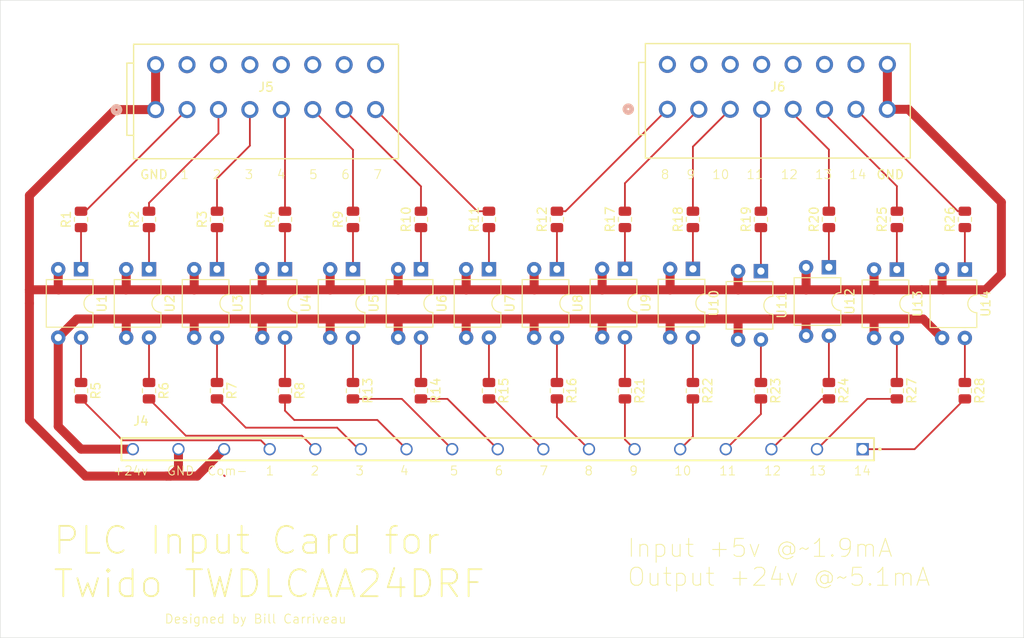
<source format=kicad_pcb>
(kicad_pcb (version 20240108) (generator "pcbnew") (generator_version "8.0")
  (layers (0 "F.Cu" signal) (31 "B.Cu" signal) (34 "B.Paste" user) (35 "F.Paste" user) (36 "B.SilkS" user "B.Silkscreen") (37 "F.SilkS" user "F.Silkscreen") (38 "B.Mask" user) (39 "F.Mask" user) (44 "Edge.Cuts" user))
  (net 0 "")
  (net 1 "/in1")
  (net 2 "/in2")
  (net 3 "/in7")
  (net 4 "/in3")
  (net 5 "/in4")
  (net 6 "/in8")
  (net 7 "/in6")
  (net 8 "/in5")
  (net 9 "Net-(R1-Pad1)")
  (net 10 "Net-(R2-Pad1)")
  (net 11 "Net-(R3-Pad1)")
  (net 12 "Net-(R4-Pad1)")
  (net 13 "Net-(R9-Pad1)")
  (net 14 "Net-(R10-Pad1)")
  (net 15 "Net-(R11-Pad1)")
  (net 16 "Net-(R12-Pad1)")
  (net 17 "GND")
  (net 18 "+24V")
  (net 19 "Net-(R5-Pad1)")
  (net 20 "Net-(R6-Pad1)")
  (net 21 "Net-(R7-Pad1)")
  (net 22 "Net-(R8-Pad1)")
  (net 23 "Net-(R13-Pad1)")
  (net 24 "Net-(R14-Pad1)")
  (net 25 "Net-(R15-Pad1)")
  (net 26 "Net-(R16-Pad1)")
  (net 27 "/out1")
  (net 28 "/out7")
  (net 29 "/out2")
  (net 30 "/out8")
  (net 31 "/out6")
  (net 32 "/out3")
  (net 33 "/out5")
  (net 34 "/out4")
  (net 35 "/in14")
  (net 36 "/in9")
  (net 37 "/in10")
  (net 38 "/in13")
  (net 39 "/in11")
  (net 40 "/in12")
  (net 41 "Net-(R17-Pad1)")
  (net 42 "Net-(R18-Pad1)")
  (net 43 "Net-(R19-Pad1)")
  (net 44 "Net-(R20-Pad1)")
  (net 45 "/out9")
  (net 46 "Net-(R21-Pad1)")
  (net 47 "Net-(R22-Pad1)")
  (net 48 "/out10")
  (net 49 "Net-(R23-Pad1)")
  (net 50 "/out11")
  (net 51 "/out12")
  (net 52 "Net-(R24-Pad1)")
  (net 53 "Net-(R25-Pad1)")
  (net 54 "Net-(R26-Pad1)")
  (net 55 "/out13")
  (net 56 "Net-(R27-Pad1)")
  (net 57 "Net-(R28-Pad1)")
  (net 58 "/out14")
  (footprint "Resistor_SMD:R_0805_2012Metric" (layer "F.Cu") (at 222.435 73.4125 90)
    (property "Reference" "R26" (at 0 -1.65 90) (layer "F.SilkS"))
    (property "Value" "2k")
    (pad "1" smd roundrect (at -0.9125 0 90) (size 1.025 1.4) (layers "F.Cu" "F.Paste" "F.Mask") (roundrect_rratio 0.243902) (net 54 "Net-(R26-Pad1)"))
    (pad "2" smd roundrect (at 0.9125 0 90) (size 1.025 1.4) (layers "F.Cu" "F.Paste" "F.Mask") (roundrect_rratio 0.243902) (net 35 "/in14"))
  )
  (footprint "Package_DIP:DIP-4_W7.62mm" (layer "F.Cu") (at 214.863076 78.9925 -90)
    (property "Reference" "U13" (at 3.81 -2.33 90) (layer "F.SilkS"))
    (property "Value" "PC817")
    (pad "1" thru_hole rect (at 0 0 270) (size 1.6 1.6) (drill 0.8) (layers "*.Cu" "*.Mask") (net 53 "Net-(R25-Pad1)"))
    (pad "2" thru_hole oval (at 0 2.54 270) (size 1.6 1.6) (drill 0.8) (layers "*.Cu" "*.Mask") (net 17 "GND"))
    (pad "3" thru_hole oval (at 7.62 2.54 270) (size 1.6 1.6) (drill 0.8) (layers "*.Cu" "*.Mask") (net 18 "+24V"))
    (pad "4" thru_hole oval (at 7.62 0 270) (size 1.6 1.6) (drill 0.8) (layers "*.Cu" "*.Mask") (net 56 "Net-(R27-Pad1)"))
  )
  (footprint "Resistor_SMD:R_0805_2012Metric" (layer "F.Cu") (at 131.571923 92.4875 -90)
    (property "Reference" "R6" (at 0 -1.65 90) (layer "F.SilkS"))
    (property "Value" "4.7k")
    (pad "1" smd roundrect (at -0.9125 0 270) (size 1.025 1.4) (layers "F.Cu" "F.Paste" "F.Mask") (roundrect_rratio 0.243902) (net 20 "Net-(R6-Pad1)"))
    (pad "2" smd roundrect (at 0.9125 0 270) (size 1.025 1.4) (layers "F.Cu" "F.Paste" "F.Mask") (roundrect_rratio 0.243902) (net 29 "/out2"))
  )
  (footprint "Resistor_SMD:R_0805_2012Metric" (layer "F.Cu") (at 124 73.4125 90)
    (property "Reference" "R1" (at 0 -1.65 90) (layer "F.SilkS"))
    (property "Value" "2k")
    (pad "1" smd roundrect (at -0.9125 0 90) (size 1.025 1.4) (layers "F.Cu" "F.Paste" "F.Mask") (roundrect_rratio 0.243902) (net 9 "Net-(R1-Pad1)"))
    (pad "2" smd roundrect (at 0.9125 0 90) (size 1.025 1.4) (layers "F.Cu" "F.Paste" "F.Mask") (roundrect_rratio 0.243902) (net 1 "/in1"))
  )
  (footprint "Resistor_SMD:R_0805_2012Metric" (layer "F.Cu") (at 154.287692 73.4125 90)
    (property "Reference" "R9" (at 0 -1.65 90) (layer "F.SilkS"))
    (property "Value" "2k")
    (pad "1" smd roundrect (at -0.9125 0 90) (size 1.025 1.4) (layers "F.Cu" "F.Paste" "F.Mask") (roundrect_rratio 0.243902) (net 13 "Net-(R9-Pad1)"))
    (pad "2" smd roundrect (at 0.9125 0 90) (size 1.025 1.4) (layers "F.Cu" "F.Paste" "F.Mask") (roundrect_rratio 0.243902) (net 8 "/in5"))
  )
  (footprint "Package_DIP:DIP-4_W7.62mm" (layer "F.Cu") (at 161.859615 78.955 -90)
    (property "Reference" "U6" (at 3.81 -2.33 90) (layer "F.SilkS"))
    (property "Value" "PC817")
    (pad "1" thru_hole rect (at 0 0 270) (size 1.6 1.6) (drill 0.8) (layers "*.Cu" "*.Mask") (net 14 "Net-(R10-Pad1)"))
    (pad "2" thru_hole oval (at 0 2.54 270) (size 1.6 1.6) (drill 0.8) (layers "*.Cu" "*.Mask") (net 17 "GND"))
    (pad "3" thru_hole oval (at 7.62 2.54 270) (size 1.6 1.6) (drill 0.8) (layers "*.Cu" "*.Mask") (net 18 "+24V"))
    (pad "4" thru_hole oval (at 7.62 0 270) (size 1.6 1.6) (drill 0.8) (layers "*.Cu" "*.Mask") (net 24 "Net-(R14-Pad1)"))
  )
  (footprint "Package_DIP:DIP-4_W7.62mm" (layer "F.Cu") (at 222.435 78.9925 -90)
    (property "Reference" "U14" (at 3.81 -2.33 90) (layer "F.SilkS"))
    (property "Value" "PC817")
    (pad "1" thru_hole rect (at 0 0 270) (size 1.6 1.6) (drill 0.8) (layers "*.Cu" "*.Mask") (net 54 "Net-(R26-Pad1)"))
    (pad "2" thru_hole oval (at 0 2.54 270) (size 1.6 1.6) (drill 0.8) (layers "*.Cu" "*.Mask") (net 17 "GND"))
    (pad "3" thru_hole oval (at 7.62 2.54 270) (size 1.6 1.6) (drill 0.8) (layers "*.Cu" "*.Mask") (net 18 "+24V"))
    (pad "4" thru_hole oval (at 7.62 0 270) (size 1.6 1.6) (drill 0.8) (layers "*.Cu" "*.Mask") (net 57 "Net-(R28-Pad1)"))
  )
  (footprint "17pin:SAMTEC_HTSW-217-15-T-S" (layer "F.Cu") (at 170.41 99)
    (property "Reference" "J4" (at -39.735 -3.1295 0) (layer "F.SilkS"))
    (property "Value" "HTSW-217-15-T-S")
    (pad "01" thru_hole rect (at 40.64 0) (size 1.37 1.37) (drill 1.02) (layers "*.Cu" "*.Mask") (net 58 "/out14"))
    (pad "02" thru_hole circle (at 35.56 0) (size 1.37 1.37) (drill 1.02) (layers "*.Cu" "*.Mask") (net 55 "/out13"))
    (pad "03" thru_hole circle (at 30.48 0) (size 1.37 1.37) (drill 1.02) (layers "*.Cu" "*.Mask") (net 51 "/out12"))
    (pad "04" thru_hole circle (at 25.4 0) (size 1.37 1.37) (drill 1.02) (layers "*.Cu" "*.Mask") (net 50 "/out11"))
    (pad "05" thru_hole circle (at 20.32 0) (size 1.37 1.37) (drill 1.02) (layers "*.Cu" "*.Mask") (net 48 "/out10"))
    (pad "06" thru_hole circle (at 15.24 0) (size 1.37 1.37) (drill 1.02) (layers "*.Cu" "*.Mask") (net 45 "/out9"))
    (pad "07" thru_hole circle (at 10.16 0) (size 1.37 1.37) (drill 1.02) (layers "*.Cu" "*.Mask") (net 30 "/out8"))
    (pad "08" thru_hole circle (at 5.08 0) (size 1.37 1.37) (drill 1.02) (layers "*.Cu" "*.Mask") (net 28 "/out7"))
    (pad "09" thru_hole circle (at 0 0) (size 1.37 1.37) (drill 1.02) (layers "*.Cu" "*.Mask") (net 31 "/out6"))
    (pad "10" thru_hole circle (at -5.08 0) (size 1.37 1.37) (drill 1.02) (layers "*.Cu" "*.Mask") (net 33 "/out5"))
    (pad "11" thru_hole circle (at -10.16 0) (size 1.37 1.37) (drill 1.02) (layers "*.Cu" "*.Mask") (net 34 "/out4"))
    (pad "12" thru_hole circle (at -15.24 0) (size 1.37 1.37) (drill 1.02) (layers "*.Cu" "*.Mask") (net 32 "/out3"))
    (pad "13" thru_hole circle (at -20.32 0) (size 1.37 1.37) (drill 1.02) (layers "*.Cu" "*.Mask") (net 29 "/out2"))
    (pad "14" thru_hole circle (at -25.4 0) (size 1.37 1.37) (drill 1.02) (layers "*.Cu" "*.Mask") (net 27 "/out1"))
    (pad "15" thru_hole circle (at -30.48 0) (size 1.37 1.37) (drill 1.02) (layers "*.Cu" "*.Mask") (net 17 "GND"))
    (pad "16" thru_hole circle (at -35.56 0) (size 1.37 1.37) (drill 1.02) (layers "*.Cu" "*.Mask") (net 17 "GND"))
    (pad "17" thru_hole circle (at -40.64 0) (size 1.37 1.37) (drill 1.02) (layers "*.Cu" "*.Mask") (net 18 "+24V"))
  )
  (footprint "Package_DIP:DIP-4_W7.62mm" (layer "F.Cu") (at 184.575384 78.9225 -90)
    (property "Reference" "U9" (at 3.81 -2.33 90) (layer "F.SilkS"))
    (property "Value" "PC817")
    (pad "1" thru_hole rect (at 0 0 270) (size 1.6 1.6) (drill 0.8) (layers "*.Cu" "*.Mask") (net 41 "Net-(R17-Pad1)"))
    (pad "2" thru_hole oval (at 0 2.54 270) (size 1.6 1.6) (drill 0.8) (layers "*.Cu" "*.Mask") (net 17 "GND"))
    (pad "3" thru_hole oval (at 7.62 2.54 270) (size 1.6 1.6) (drill 0.8) (layers "*.Cu" "*.Mask") (net 18 "+24V"))
    (pad "4" thru_hole oval (at 7.62 0 270) (size 1.6 1.6) (drill 0.8) (layers "*.Cu" "*.Mask") (net 46 "Net-(R21-Pad1)"))
  )
  (footprint "Resistor_SMD:R_0805_2012Metric" (layer "F.Cu") (at 139.143846 73.4125 90)
    (property "Reference" "R3" (at 0 -1.65 90) (layer "F.SilkS"))
    (property "Value" "2k")
    (pad "1" smd roundrect (at -0.9125 0 90) (size 1.025 1.4) (layers "F.Cu" "F.Paste" "F.Mask") (roundrect_rratio 0.243902) (net 11 "Net-(R3-Pad1)"))
    (pad "2" smd roundrect (at 0.9125 0 90) (size 1.025 1.4) (layers "F.Cu" "F.Paste" "F.Mask") (roundrect_rratio 0.243902) (net 4 "/in3"))
  )
  (footprint "Resistor_SMD:R_0805_2012Metric" (layer "F.Cu") (at 161.859615 92.4875 -90)
    (property "Reference" "R14" (at 0 -1.65 90) (layer "F.SilkS"))
    (property "Value" "4.7k")
    (pad "1" smd roundrect (at -0.9125 0 270) (size 1.025 1.4) (layers "F.Cu" "F.Paste" "F.Mask") (roundrect_rratio 0.243902) (net 24 "Net-(R14-Pad1)"))
    (pad "2" smd roundrect (at 0.9125 0 270) (size 1.025 1.4) (layers "F.Cu" "F.Paste" "F.Mask") (roundrect_rratio 0.243902) (net 31 "/out6"))
  )
  (footprint "Resistor_SMD:R_0805_2012Metric" (layer "F.Cu") (at 177.003461 92.4875 -90)
    (property "Reference" "R16" (at 0 -1.65 90) (layer "F.SilkS"))
    (property "Value" "4.7k")
    (pad "1" smd roundrect (at -0.9125 0 270) (size 1.025 1.4) (layers "F.Cu" "F.Paste" "F.Mask") (roundrect_rratio 0.243902) (net 26 "Net-(R16-Pad1)"))
    (pad "2" smd roundrect (at 0.9125 0 270) (size 1.025 1.4) (layers "F.Cu" "F.Paste" "F.Mask") (roundrect_rratio 0.243902) (net 30 "/out8"))
  )
  (footprint "Resistor_SMD:R_0805_2012Metric" (layer "F.Cu") (at 169.431538 73.4125 90)
    (property "Reference" "R11" (at 0 -1.65 90) (layer "F.SilkS"))
    (property "Value" "2k")
    (pad "1" smd roundrect (at -0.9125 0 90) (size 1.025 1.4) (layers "F.Cu" "F.Paste" "F.Mask") (roundrect_rratio 0.243902) (net 15 "Net-(R11-Pad1)"))
    (pad "2" smd roundrect (at 0.9125 0 90) (size 1.025 1.4) (layers "F.Cu" "F.Paste" "F.Mask") (roundrect_rratio 0.243902) (net 3 "/in7"))
  )
  (footprint "Package_DIP:DIP-4_W7.62mm" (layer "F.Cu") (at 192.147307 78.9225 -90)
    (property "Reference" "U10" (at 3.81 -2.33 90) (layer "F.SilkS"))
    (property "Value" "PC817")
    (pad "1" thru_hole rect (at 0 0 270) (size 1.6 1.6) (drill 0.8) (layers "*.Cu" "*.Mask") (net 42 "Net-(R18-Pad1)"))
    (pad "2" thru_hole oval (at 0 2.54 270) (size 1.6 1.6) (drill 0.8) (layers "*.Cu" "*.Mask") (net 17 "GND"))
    (pad "3" thru_hole oval (at 7.62 2.54 270) (size 1.6 1.6) (drill 0.8) (layers "*.Cu" "*.Mask") (net 18 "+24V"))
    (pad "4" thru_hole oval (at 7.62 0 270) (size 1.6 1.6) (drill 0.8) (layers "*.Cu" "*.Mask") (net 47 "Net-(R22-Pad1)"))
  )
  (footprint "Package_DIP:DIP-4_W7.62mm" (layer "F.Cu") (at 207.291153 78.7425 -90)
    (property "Reference" "U12" (at 3.81 -2.33 90) (layer "F.SilkS"))
    (property "Value" "PC817")
    (pad "1" thru_hole rect (at 0 0 270) (size 1.6 1.6) (drill 0.8) (layers "*.Cu" "*.Mask") (net 44 "Net-(R20-Pad1)"))
    (pad "2" thru_hole oval (at 0 2.54 270) (size 1.6 1.6) (drill 0.8) (layers "*.Cu" "*.Mask") (net 17 "GND"))
    (pad "3" thru_hole oval (at 7.62 2.54 270) (size 1.6 1.6) (drill 0.8) (layers "*.Cu" "*.Mask") (net 18 "+24V"))
    (pad "4" thru_hole oval (at 7.62 0 270) (size 1.6 1.6) (drill 0.8) (layers "*.Cu" "*.Mask") (net 52 "Net-(R24-Pad1)"))
  )
  (footprint "Resistor_SMD:R_0805_2012Metric" (layer "F.Cu") (at 139.143846 92.4875 -90)
    (property "Reference" "R7" (at 0 -1.65 90) (layer "F.SilkS"))
    (property "Value" "4.7k")
    (pad "1" smd roundrect (at -0.9125 0 270) (size 1.025 1.4) (layers "F.Cu" "F.Paste" "F.Mask") (roundrect_rratio 0.243902) (net 21 "Net-(R7-Pad1)"))
    (pad "2" smd roundrect (at 0.9125 0 270) (size 1.025 1.4) (layers "F.Cu" "F.Paste" "F.Mask") (roundrect_rratio 0.243902) (net 32 "/out3"))
  )
  (footprint "Resistor_SMD:R_0805_2012Metric" (layer "F.Cu") (at 131.571923 73.4125 90)
    (property "Reference" "R2" (at 0 -1.65 90) (layer "F.SilkS"))
    (property "Value" "2k")
    (pad "1" smd roundrect (at -0.9125 0 90) (size 1.025 1.4) (layers "F.Cu" "F.Paste" "F.Mask") (roundrect_rratio 0.243902) (net 10 "Net-(R2-Pad1)"))
    (pad "2" smd roundrect (at 0.9125 0 90) (size 1.025 1.4) (layers "F.Cu" "F.Paste" "F.Mask") (roundrect_rratio 0.243902) (net 2 "/in2"))
  )
  (footprint "Resistor_SMD:R_0805_2012Metric" (layer "F.Cu") (at 192.147307 73.4125 90)
    (property "Reference" "R18" (at 0 -1.65 90) (layer "F.SilkS"))
    (property "Value" "2k")
    (pad "1" smd roundrect (at -0.9125 0 90) (size 1.025 1.4) (layers "F.Cu" "F.Paste" "F.Mask") (roundrect_rratio 0.243902) (net 42 "Net-(R18-Pad1)"))
    (pad "2" smd roundrect (at 0.9125 0 90) (size 1.025 1.4) (layers "F.Cu" "F.Paste" "F.Mask") (roundrect_rratio 0.243902) (net 37 "/in10"))
  )
  (footprint "3108:CONN8_2601-3108_WAG" (layer "F.Cu") (at 132.304899 59.299999)
    (property "Reference" "J5" (at 12.300001 -0.6192 0) (layer "F.SilkS"))
    (property "Value" "2601-3108")
    (pad "1" thru_hole circle (at 0 -3.1192) (size 1.9 1.9) (drill 1.2) (layers "*.Cu" "*.Mask") (net 17 "GND"))
    (pad "2" thru_hole circle (at 0 1.8808) (size 1.9 1.9) (drill 1.2) (layers "*.Cu" "*.Mask") (net 17 "GND"))
    (pad "3" thru_hole circle (at 3.500001 -3.1192) (size 1.9 1.9) (drill 1.2) (layers "*.Cu" "*.Mask") (net 17 "GND"))
    (pad "4" thru_hole circle (at 3.500001 1.8808) (size 1.9 1.9) (drill 1.2) (layers "*.Cu" "*.Mask") (net 1 "/in1"))
    (pad "5" thru_hole circle (at 7.000002 -3.1192) (size 1.9 1.9) (drill 1.2) (layers "*.Cu" "*.Mask"))
    (pad "6" thru_hole circle (at 7.000002 1.8808) (size 1.9 1.9) (drill 1.2) (layers "*.Cu" "*.Mask") (net 2 "/in2"))
    (pad "7" thru_hole circle (at 10.500002 -3.1192) (size 1.9 1.9) (drill 1.2) (layers "*.Cu" "*.Mask"))
    (pad "8" thru_hole circle (at 10.500002 1.8808) (size 1.9 1.9) (drill 1.2) (layers "*.Cu" "*.Mask") (net 4 "/in3"))
    (pad "9" thru_hole circle (at 14.000003 -3.1192) (size 1.9 1.9) (drill 1.2) (layers "*.Cu" "*.Mask"))
    (pad "10" thru_hole circle (at 14.000003 1.8808) (size 1.9 1.9) (drill 1.2) (layers "*.Cu" "*.Mask") (net 5 "/in4"))
    (pad "11" thru_hole circle (at 17.500003 -3.1192) (size 1.9 1.9) (drill 1.2) (layers "*.Cu" "*.Mask"))
    (pad "12" thru_hole circle (at 17.500003 1.8808) (size 1.9 1.9) (drill 1.2) (layers "*.Cu" "*.Mask") (net 8 "/in5"))
    (pad "13" thru_hole circle (at 21.000004 -3.1192) (size 1.9 1.9) (drill 1.2) (layers "*.Cu" "*.Mask"))
    (pad "14" thru_hole circle (at 21.000004 1.8808) (size 1.9 1.9) (drill 1.2) (layers "*.Cu" "*.Mask") (net 7 "/in6"))
    (pad "15" thru_hole circle (at 24.500005 -3.1192) (size 1.9 1.9) (drill 1.2) (layers "*.Cu" "*.Mask"))
    (pad "16" thru_hole circle (at 24.500005 1.8808) (size 1.9 1.9) (drill 1.2) (layers "*.Cu" "*.Mask") (net 3 "/in7"))
  )
  (footprint "Package_DIP:DIP-4_W7.62mm" (layer "F.Cu") (at 169.431538 78.955 -90)
    (property "Reference" "U7" (at 3.81 -2.33 90) (layer "F.SilkS"))
    (property "Value" "PC817")
    (pad "1" thru_hole rect (at 0 0 270) (size 1.6 1.6) (drill 0.8) (layers "*.Cu" "*.Mask") (net 15 "Net-(R11-Pad1)"))
    (pad "2" thru_hole oval (at 0 2.54 270) (size 1.6 1.6) (drill 0.8) (layers "*.Cu" "*.Mask") (net 17 "GND"))
    (pad "3" thru_hole oval (at 7.62 2.54 270) (size 1.6 1.6) (drill 0.8) (layers "*.Cu" "*.Mask") (net 18 "+24V"))
    (pad "4" thru_hole oval (at 7.62 0 270) (size 1.6 1.6) (drill 0.8) (layers "*.Cu" "*.Mask") (net 25 "Net-(R15-Pad1)"))
  )
  (footprint "Resistor_SMD:R_0805_2012Metric" (layer "F.Cu") (at 184.575384 92.4875 -90)
    (property "Reference" "R21" (at 0 -1.65 90) (layer "F.SilkS"))
    (property "Value" "4.7k")
    (pad "1" smd roundrect (at -0.9125 0 270) (size 1.025 1.4) (layers "F.Cu" "F.Paste" "F.Mask") (roundrect_rratio 0.243902) (net 46 "Net-(R21-Pad1)"))
    (pad "2" smd roundrect (at 0.9125 0 270) (size 1.025 1.4) (layers "F.Cu" "F.Paste" "F.Mask") (roundrect_rratio 0.243902) (net 45 "/out9"))
  )
  (footprint "Package_DIP:DIP-4_W7.62mm" (layer "F.Cu") (at 177.003461 78.955 -90)
    (property "Reference" "U8" (at 3.81 -2.33 90) (layer "F.SilkS"))
    (property "Value" "PC817")
    (pad "1" thru_hole rect (at 0 0 270) (size 1.6 1.6) (drill 0.8) (layers "*.Cu" "*.Mask") (net 16 "Net-(R12-Pad1)"))
    (pad "2" thru_hole oval (at 0 2.54 270) (size 1.6 1.6) (drill 0.8) (layers "*.Cu" "*.Mask") (net 17 "GND"))
    (pad "3" thru_hole oval (at 7.62 2.54 270) (size 1.6 1.6) (drill 0.8) (layers "*.Cu" "*.Mask") (net 18 "+24V"))
    (pad "4" thru_hole oval (at 7.62 0 270) (size 1.6 1.6) (drill 0.8) (layers "*.Cu" "*.Mask") (net 26 "Net-(R16-Pad1)"))
  )
  (footprint "Resistor_SMD:R_0805_2012Metric" (layer "F.Cu") (at 207.291153 73.4125 90)
    (property "Reference" "R20" (at 0 -1.65 90) (layer "F.SilkS"))
    (property "Value" "2k")
    (pad "1" smd roundrect (at -0.9125 0 90) (size 1.025 1.4) (layers "F.Cu" "F.Paste" "F.Mask") (roundrect_rratio 0.243902) (net 44 "Net-(R20-Pad1)"))
    (pad "2" smd roundrect (at 0.9125 0 90) (size 1.025 1.4) (layers "F.Cu" "F.Paste" "F.Mask") (roundrect_rratio 0.243902) (net 40 "/in12"))
  )
  (footprint "Resistor_SMD:R_0805_2012Metric" (layer "F.Cu") (at 199.71923 73.4125 90)
    (property "Reference" "R19" (at 0 -1.65 90) (layer "F.SilkS"))
    (property "Value" "2k")
    (pad "1" smd roundrect (at -0.9125 0 90) (size 1.025 1.4) (layers "F.Cu" "F.Paste" "F.Mask") (roundrect_rratio 0.243902) (net 43 "Net-(R19-Pad1)"))
    (pad "2" smd roundrect (at 0.9125 0 90) (size 1.025 1.4) (layers "F.Cu" "F.Paste" "F.Mask") (roundrect_rratio 0.243902) (net 39 "/in11"))
  )
  (footprint "Resistor_SMD:R_0805_2012Metric" (layer "F.Cu") (at 146.715769 73.4125 90)
    (property "Reference" "R4" (at 0 -1.65 90) (layer "F.SilkS"))
    (property "Value" "2k")
    (pad "1" smd roundrect (at -0.9125 0 90) (size 1.025 1.4) (layers "F.Cu" "F.Paste" "F.Mask") (roundrect_rratio 0.243902) (net 12 "Net-(R4-Pad1)"))
    (pad "2" smd roundrect (at 0.9125 0 90) (size 1.025 1.4) (layers "F.Cu" "F.Paste" "F.Mask") (roundrect_rratio 0.243902) (net 5 "/in4"))
  )
  (footprint "Resistor_SMD:R_0805_2012Metric" (layer "F.Cu") (at 169.431538 92.4875 -90)
    (property "Reference" "R15" (at 0 -1.65 90) (layer "F.SilkS"))
    (property "Value" "4.7k")
    (pad "1" smd roundrect (at -0.9125 0 270) (size 1.025 1.4) (layers "F.Cu" "F.Paste" "F.Mask") (roundrect_rratio 0.243902) (net 25 "Net-(R15-Pad1)"))
    (pad "2" smd roundrect (at 0.9125 0 270) (size 1.025 1.4) (layers "F.Cu" "F.Paste" "F.Mask") (roundrect_rratio 0.243902) (net 28 "/out7"))
  )
  (footprint "Package_DIP:DIP-4_W7.62mm" (layer "F.Cu") (at 199.71923 79.1725 -90)
    (property "Reference" "U11" (at 3.81 -2.33 90) (layer "F.SilkS"))
    (property "Value" "PC817")
    (pad "1" thru_hole rect (at 0 0 270) (size 1.6 1.6) (drill 0.8) (layers "*.Cu" "*.Mask") (net 43 "Net-(R19-Pad1)"))
    (pad "2" thru_hole oval (at 0 2.54 270) (size 1.6 1.6) (drill 0.8) (layers "*.Cu" "*.Mask") (net 17 "GND"))
    (pad "3" thru_hole oval (at 7.62 2.54 270) (size 1.6 1.6) (drill 0.8) (layers "*.Cu" "*.Mask") (net 18 "+24V"))
    (pad "4" thru_hole oval (at 7.62 0 270) (size 1.6 1.6) (drill 0.8) (layers "*.Cu" "*.Mask") (net 49 "Net-(R23-Pad1)"))
  )
  (footprint "Package_DIP:DIP-4_W7.62mm" (layer "F.Cu") (at 154.287692 78.955 -90)
    (property "Reference" "U5" (at 3.81 -2.33 90) (layer "F.SilkS"))
    (property "Value" "PC817")
    (pad "1" thru_hole rect (at 0 0 270) (size 1.6 1.6) (drill 0.8) (layers "*.Cu" "*.Mask") (net 13 "Net-(R9-Pad1)"))
    (pad "2" thru_hole oval (at 0 2.54 270) (size 1.6 1.6) (drill 0.8) (layers "*.Cu" "*.Mask") (net 17 "GND"))
    (pad "3" thru_hole oval (at 7.62 2.54 270) (size 1.6 1.6) (drill 0.8) (layers "*.Cu" "*.Mask") (net 18 "+24V"))
    (pad "4" thru_hole oval (at 7.62 0 270) (size 1.6 1.6) (drill 0.8) (layers "*.Cu" "*.Mask") (net 23 "Net-(R13-Pad1)"))
  )
  (footprint "Package_DIP:DIP-4_W7.62mm" (layer "F.Cu") (at 124 78.955 -90)
    (property "Reference" "U1" (at 3.81 -2.33 90) (layer "F.SilkS"))
    (property "Value" "PC817")
    (pad "1" thru_hole rect (at 0 0 270) (size 1.6 1.6) (drill 0.8) (layers "*.Cu" "*.Mask") (net 9 "Net-(R1-Pad1)"))
    (pad "2" thru_hole oval (at 0 2.54 270) (size 1.6 1.6) (drill 0.8) (layers "*.Cu" "*.Mask") (net 17 "GND"))
    (pad "3" thru_hole oval (at 7.62 2.54 270) (size 1.6 1.6) (drill 0.8) (layers "*.Cu" "*.Mask") (net 18 "+24V"))
    (pad "4" thru_hole oval (at 7.62 0 270) (size 1.6 1.6) (drill 0.8) (layers "*.Cu" "*.Mask") (net 19 "Net-(R5-Pad1)"))
  )
  (footprint "Resistor_SMD:R_0805_2012Metric" (layer "F.Cu") (at 184.575384 73.4125 90)
    (property "Reference" "R17" (at 0 -1.65 90) (layer "F.SilkS"))
    (property "Value" "2k")
    (pad "1" smd roundrect (at -0.9125 0 90) (size 1.025 1.4) (layers "F.Cu" "F.Paste" "F.Mask") (roundrect_rratio 0.243902) (net 41 "Net-(R17-Pad1)"))
    (pad "2" smd roundrect (at 0.9125 0 90) (size 1.025 1.4) (layers "F.Cu" "F.Paste" "F.Mask") (roundrect_rratio 0.243902) (net 36 "/in9"))
  )
  (footprint "Resistor_SMD:R_0805_2012Metric" (layer "F.Cu") (at 207.291153 92.4875 -90)
    (property "Reference" "R24" (at 0 -1.65 90) (layer "F.SilkS"))
    (property "Value" "4.7k")
    (pad "1" smd roundrect (at -0.9125 0 270) (size 1.025 1.4) (layers "F.Cu" "F.Paste" "F.Mask") (roundrect_rratio 0.243902) (net 52 "Net-(R24-Pad1)"))
    (pad "2" smd roundrect (at 0.9125 0 270) (size 1.025 1.4) (layers "F.Cu" "F.Paste" "F.Mask") (roundrect_rratio 0.243902) (net 51 "/out12"))
  )
  (footprint "Resistor_SMD:R_0805_2012Metric" (layer "F.Cu") (at 161.859615 73.4125 90)
    (property "Reference" "R10" (at 0 -1.65 90) (layer "F.SilkS"))
    (property "Value" "2k")
    (pad "1" smd roundrect (at -0.9125 0 90) (size 1.025 1.4) (layers "F.Cu" "F.Paste" "F.Mask") (roundrect_rratio 0.243902) (net 14 "Net-(R10-Pad1)"))
    (pad "2" smd roundrect (at 0.9125 0 90) (size 1.025 1.4) (layers "F.Cu" "F.Paste" "F.Mask") (roundrect_rratio 0.243902) (net 7 "/in6"))
  )
  (footprint "Resistor_SMD:R_0805_2012Metric" (layer "F.Cu") (at 177.003461 73.4125 90)
    (property "Reference" "R12" (at 0 -1.65 90) (layer "F.SilkS"))
    (property "Value" "2k")
    (pad "1" smd roundrect (at -0.9125 0 90) (size 1.025 1.4) (layers "F.Cu" "F.Paste" "F.Mask") (roundrect_rratio 0.243902) (net 16 "Net-(R12-Pad1)"))
    (pad "2" smd roundrect (at 0.9125 0 90) (size 1.025 1.4) (layers "F.Cu" "F.Paste" "F.Mask") (roundrect_rratio 0.243902) (net 6 "/in8"))
  )
  (footprint "Resistor_SMD:R_0805_2012Metric" (layer "F.Cu") (at 146.715769 92.4875 -90)
    (property "Reference" "R8" (at 0 -1.65 90) (layer "F.SilkS"))
    (property "Value" "4.7k")
    (pad "1" smd roundrect (at -0.9125 0 270) (size 1.025 1.4) (layers "F.Cu" "F.Paste" "F.Mask") (roundrect_rratio 0.243902) (net 22 "Net-(R8-Pad1)"))
    (pad "2" smd roundrect (at 0.9125 0 270) (size 1.025 1.4) (layers "F.Cu" "F.Paste" "F.Mask") (roundrect_rratio 0.243902) (net 34 "/out4"))
  )
  (footprint "Resistor_SMD:R_0805_2012Metric" (layer "F.Cu") (at 192.147307 92.4875 -90)
    (property "Reference" "R22" (at 0 -1.65 90) (layer "F.SilkS"))
    (property "Value" "4.7k")
    (pad "1" smd roundrect (at -0.9125 0 270) (size 1.025 1.4) (layers "F.Cu" "F.Paste" "F.Mask") (roundrect_rratio 0.243902) (net 47 "Net-(R22-Pad1)"))
    (pad "2" smd roundrect (at 0.9125 0 270) (size 1.025 1.4) (layers "F.Cu" "F.Paste" "F.Mask") (roundrect_rratio 0.243902) (net 48 "/out10"))
  )
  (footprint "Resistor_SMD:R_0805_2012Metric" (layer "F.Cu") (at 199.71923 92.4875 -90)
    (property "Reference" "R23" (at 0 -1.65 90) (layer "F.SilkS"))
    (property "Value" "4.7k")
    (pad "1" smd roundrect (at -0.9125 0 270) (size 1.025 1.4) (layers "F.Cu" "F.Paste" "F.Mask") (roundrect_rratio 0.243902) (net 49 "Net-(R23-Pad1)"))
    (pad "2" smd roundrect (at 0.9125 0 270) (size 1.025 1.4) (layers "F.Cu" "F.Paste" "F.Mask") (roundrect_rratio 0.243902) (net 50 "/out11"))
  )
  (footprint "Resistor_SMD:R_0805_2012Metric" (layer "F.Cu") (at 124 92.4875 -90)
    (property "Reference" "R5" (at 0 -1.65 90) (layer "F.SilkS"))
    (property "Value" "4.7k")
    (pad "1" smd roundrect (at -0.9125 0 270) (size 1.025 1.4) (layers "F.Cu" "F.Paste" "F.Mask") (roundrect_rratio 0.243902) (net 19 "Net-(R5-Pad1)"))
    (pad "2" smd roundrect (at 0.9125 0 270) (size 1.025 1.4) (layers "F.Cu" "F.Paste" "F.Mask") (roundrect_rratio 0.243902) (net 27 "/out1"))
  )
  (footprint "Package_DIP:DIP-4_W7.62mm" (layer "F.Cu") (at 139.143846 78.955 -90)
    (property "Reference" "U3" (at 3.81 -2.33 90) (layer "F.SilkS"))
    (property "Value" "PC817")
    (pad "1" thru_hole rect (at 0 0 270) (size 1.6 1.6) (drill 0.8) (layers "*.Cu" "*.Mask") (net 11 "Net-(R3-Pad1)"))
    (pad "2" thru_hole oval (at 0 2.54 270) (size 1.6 1.6) (drill 0.8) (layers "*.Cu" "*.Mask") (net 17 "GND"))
    (pad "3" thru_hole oval (at 7.62 2.54 270) (size 1.6 1.6) (drill 0.8) (layers "*.Cu" "*.Mask") (net 18 "+24V"))
    (pad "4" thru_hole oval (at 7.62 0 270) (size 1.6 1.6) (drill 0.8) (layers "*.Cu" "*.Mask") (net 21 "Net-(R7-Pad1)"))
  )
  (footprint "Package_DIP:DIP-4_W7.62mm" (layer "F.Cu") (at 131.571923 78.955 -90)
    (property "Reference" "U2" (at 3.81 -2.33 90) (layer "F.SilkS"))
    (property "Value" "PC817")
    (pad "1" thru_hole rect (at 0 0 270) (size 1.6 1.6) (drill 0.8) (layers "*.Cu" "*.Mask") (net 10 "Net-(R2-Pad1)"))
    (pad "2" thru_hole oval (at 0 2.54 270) (size 1.6 1.6) (drill 0.8) (layers "*.Cu" "*.Mask") (net 17 "GND"))
    (pad "3" thru_hole oval (at 7.62 2.54 270) (size 1.6 1.6) (drill 0.8) (layers "*.Cu" "*.Mask") (net 18 "+24V"))
    (pad "4" thru_hole oval (at 7.62 0 270) (size 1.6 1.6) (drill 0.8) (layers "*.Cu" "*.Mask") (net 20 "Net-(R6-Pad1)"))
  )
  (footprint "Resistor_SMD:R_0805_2012Metric" (layer "F.Cu") (at 214.863076 92.4875 -90)
    (property "Reference" "R27" (at 0 -1.65 90) (layer "F.SilkS"))
    (property "Value" "4.7k")
    (pad "1" smd roundrect (at -0.9125 0 270) (size 1.025 1.4) (layers "F.Cu" "F.Paste" "F.Mask") (roundrect_rratio 0.243902) (net 56 "Net-(R27-Pad1)"))
    (pad "2" smd roundrect (at 0.9125 0 270) (size 1.025 1.4) (layers "F.Cu" "F.Paste" "F.Mask") (roundrect_rratio 0.243902) (net 55 "/out13"))
  )
  (footprint "Package_DIP:DIP-4_W7.62mm" (layer "F.Cu") (at 146.715769 78.955 -90)
    (property "Reference" "U4" (at 3.81 -2.33 90) (layer "F.SilkS"))
    (property "Value" "PC817")
    (pad "1" thru_hole rect (at 0 0 270) (size 1.6 1.6) (drill 0.8) (layers "*.Cu" "*.Mask") (net 12 "Net-(R4-Pad1)"))
    (pad "2" thru_hole oval (at 0 2.54 270) (size 1.6 1.6) (drill 0.8) (layers "*.Cu" "*.Mask") (net 17 "GND"))
    (pad "3" thru_hole oval (at 7.62 2.54 270) (size 1.6 1.6) (drill 0.8) (layers "*.Cu" "*.Mask") (net 18 "+24V"))
    (pad "4" thru_hole oval (at 7.62 0 270) (size 1.6 1.6) (drill 0.8) (layers "*.Cu" "*.Mask") (net 22 "Net-(R8-Pad1)"))
  )
  (footprint "Resistor_SMD:R_0805_2012Metric" (layer "F.Cu") (at 214.863076 73.4125 90)
    (property "Reference" "R25" (at 0 -1.65 90) (layer "F.SilkS"))
    (property "Value" "2k")
    (pad "1" smd roundrect (at -0.9125 0 90) (size 1.025 1.4) (layers "F.Cu" "F.Paste" "F.Mask") (roundrect_rratio 0.243902) (net 53 "Net-(R25-Pad1)"))
    (pad "2" smd roundrect (at 0.9125 0 90) (size 1.025 1.4) (layers "F.Cu" "F.Paste" "F.Mask") (roundrect_rratio 0.243902) (net 38 "/in13"))
  )
  (footprint "Resistor_SMD:R_0805_2012Metric" (layer "F.Cu") (at 222.435 92.4875 -90)
    (property "Reference" "R28" (at 0 -1.65 90) (layer "F.SilkS"))
    (property "Value" "4.7k")
    (pad "1" smd roundrect (at -0.9125 0 270) (size 1.025 1.4) (layers "F.Cu" "F.Paste" "F.Mask") (roundrect_rratio 0.243902) (net 57 "Net-(R28-Pad1)"))
    (pad "2" smd roundrect (at 0.9125 0 270) (size 1.025 1.4) (layers "F.Cu" "F.Paste" "F.Mask") (roundrect_rratio 0.243902) (net 58 "/out14"))
  )
  (footprint "3108:CONN8_2601-3108_WAG" (layer "F.Cu") (at 189.304899 59.299999)
    (property "Reference" "J6" (at 12.300001 -0.6496 0) (layer "F.SilkS"))
    (property "Value" "2601-3108")
    (pad "1" thru_hole circle (at 0 -3.1496) (size 1.9 1.9) (drill 1.2) (layers "*.Cu" "*.Mask"))
    (pad "2" thru_hole circle (at 0 1.8504) (size 1.9 1.9) (drill 1.2) (layers "*.Cu" "*.Mask") (net 6 "/in8"))
    (pad "3" thru_hole circle (at 3.500001 -3.1496) (size 1.9 1.9) (drill 1.2) (layers "*.Cu" "*.Mask"))
    (pad "4" thru_hole circle (at 3.500001 1.8504) (size 1.9 1.9) (drill 1.2) (layers "*.Cu" "*.Mask") (net 36 "/in9"))
    (pad "5" thru_hole circle (at 7.000002 -3.1496) (size 1.9 1.9) (drill 1.2) (layers "*.Cu" "*.Mask"))
    (pad "6" thru_hole circle (at 7.000002 1.8504) (size 1.9 1.9) (drill 1.2) (layers "*.Cu" "*.Mask") (net 37 "/in10"))
    (pad "7" thru_hole circle (at 10.500002 -3.1496) (size 1.9 1.9) (drill 1.2) (layers "*.Cu" "*.Mask"))
    (pad "8" thru_hole circle (at 10.500002 1.8504) (size 1.9 1.9) (drill 1.2) (layers "*.Cu" "*.Mask") (net 39 "/in11"))
    (pad "9" thru_hole circle (at 14.000003 -3.1496) (size 1.9 1.9) (drill 1.2) (layers "*.Cu" "*.Mask"))
    (pad "10" thru_hole circle (at 14.000003 1.8504) (size 1.9 1.9) (drill 1.2) (layers "*.Cu" "*.Mask") (net 40 "/in12"))
    (pad "11" thru_hole circle (at 17.500003 -3.1496) (size 1.9 1.9) (drill 1.2) (layers "*.Cu" "*.Mask"))
    (pad "12" thru_hole circle (at 17.500003 1.8504) (size 1.9 1.9) (drill 1.2) (layers "*.Cu" "*.Mask") (net 38 "/in13"))
    (pad "13" thru_hole circle (at 21.000004 -3.1496) (size 1.9 1.9) (drill 1.2) (layers "*.Cu" "*.Mask"))
    (pad "14" thru_hole circle (at 21.000004 1.8504) (size 1.9 1.9) (drill 1.2) (layers "*.Cu" "*.Mask") (net 35 "/in14"))
    (pad "15" thru_hole circle (at 24.500005 -3.1496) (size 1.9 1.9) (drill 1.2) (layers "*.Cu" "*.Mask") (net 17 "GND"))
    (pad "16" thru_hole circle (at 24.500005 1.8504) (size 1.9 1.9) (drill 1.2) (layers "*.Cu" "*.Mask") (net 17 "GND"))
  )
  (footprint "Resistor_SMD:R_0805_2012Metric" (layer "F.Cu") (at 154.287692 92.4875 -90)
    (property "Reference" "R13" (at 0 -1.65 90) (layer "F.SilkS"))
    (property "Value" "4.7k")
    (pad "1" smd roundrect (at -0.9125 0 270) (size 1.025 1.4) (layers "F.Cu" "F.Paste" "F.Mask") (roundrect_rratio 0.243902) (net 23 "Net-(R13-Pad1)"))
    (pad "2" smd roundrect (at 0.9125 0 270) (size 1.025 1.4) (layers "F.Cu" "F.Paste" "F.Mask") (roundrect_rratio 0.243902) (net 33 "/out5"))
  )
  (gr_rect (start 115 49) (end 229 120) (stroke (width 0.05)) (fill none) (layer "Edge.Cuts"))
  (gr_text "5" (at 149.333332 69 0) (layer "F.SilkS") (effects (font (size 1 1) (thickness 0.1)) (justify left bottom)))
  (gr_text "4" (at 159.46404 101.978078 0) (layer "F.SilkS") (effects (font (size 1 1) (thickness 0.1)) (justify left bottom)))
  (gr_text "13" (at 205 102 0) (layer "F.SilkS") (effects (font (size 1 1) (thickness 0.1)) (justify left bottom)))
  (gr_text "14" (at 209.5 69 0) (layer "F.SilkS") (effects (font (size 1 1) (thickness 0.1)) (justify left bottom)))
  (gr_text "12" (at 200 102 0) (layer "F.SilkS") (effects (font (size 1 1) (thickness 0.1)) (justify left bottom)))
  (gr_text "2" (at 149.5 102 0) (layer "F.SilkS") (effects (font (size 1 1) (thickness 0.1)) (justify left bottom)))
  (gr_text "+24v" (at 127.5 102 0) (layer "F.SilkS") (effects (font (size 1 1) (thickness 0.1)) (justify left bottom)))
  (gr_text "8" (at 180 102 0) (layer "F.SilkS") (effects (font (size 1 1) (thickness 0.1)) (justify left bottom)))
  (gr_text "11" (at 198.047618 69 0) (layer "F.SilkS") (effects (font (size 1 1) (thickness 0.1)) (justify left bottom)))
  (gr_text "7" (at 175 102 0) (layer "F.SilkS") (effects (font (size 1 1) (thickness 0.1)) (justify left bottom)))
  (gr_text "GND" (at 212.5 69 0) (layer "F.SilkS") (effects (font (size 1 1)) (justify left bottom)))
  (gr_text "PLC Input Card for\nTwido TWDLCAA24DRF" (at 120.75 115.75 0) (layer "F.SilkS") (effects (font (size 3 3) (thickness 0.2) (bold yes)) (justify left bottom)))
  (gr_text "10" (at 190 102 0) (layer "F.SilkS") (effects (font (size 1 1) (thickness 0.1)) (justify left bottom)))
  (gr_text "1" (at 135 69 0) (layer "F.SilkS") (effects (font (size 1 1) (thickness 0.1)) (justify left bottom)))
  (gr_text "6" (at 170 102 0) (layer "F.SilkS") (effects (font (size 1 1) (thickness 0.1)) (justify left bottom)))
  (gr_text "4" (at 145.749999 68.978078 0) (layer "F.SilkS") (effects (font (size 1 1) (thickness 0.1)) (justify left bottom)))
  (gr_text "GND" (at 133.5 102 0) (layer "F.SilkS") (effects (font (size 1 1) (thickness 0.1)) (justify left bottom)))
  (gr_text "3" (at 142.166666 69 0) (layer "F.SilkS") (effects (font (size 1 1) (thickness 0.1)) (justify left bottom)))
  (gr_text "Designed by Bill Carriveau\n" (at 133.25 118.5 0) (layer "F.SilkS") (effects (font (size 1 1) (thickness 0.1)) (justify left bottom)))
  (gr_text "GND" (at 130.5 69 0) (layer "F.SilkS") (effects (font (size 1 1)) (justify left bottom)))
  (gr_text "13" (at 205.682538 69 0) (layer "F.SilkS") (effects (font (size 1 1) (thickness 0.1)) (justify left bottom)))
  (gr_text "8" (at 188.5 69 0) (layer "F.SilkS") (effects (font (size 1 1) (thickness 0.1)) (justify left bottom)))
  (gr_text "5" (at 165 102 0) (layer "F.SilkS") (effects (font (size 1 1) (thickness 0.1)) (justify left bottom)))
  (gr_text "3" (at 154.5 102 0) (layer "F.SilkS") (effects (font (size 1 1) (thickness 0.1)) (justify left bottom)))
  (gr_text "1" (at 144.5 102 0) (layer "F.SilkS") (effects (font (size 1 1) (thickness 0.1)) (justify left bottom)))
  (gr_text "Com-" (at 138 102 0) (layer "F.SilkS") (effects (font (size 1 1) (thickness 0.1)) (justify left bottom)))
  (gr_text "10" (at 194.230158 69 0) (layer "F.SilkS") (effects (font (size 1 1) (thickness 0.1)) (justify left bottom)))
  (gr_text "Input +5v @~1.9mA\nOutput +24v @~5.1mA" (at 184.75 114.405528 0) (layer "F.SilkS") (effects (font (size 2 2) (thickness 0.1)) (justify left bottom)))
  (gr_text "7" (at 156.5 69 0) (layer "F.SilkS") (effects (font (size 1 1) (thickness 0.1)) (justify left bottom)))
  (gr_text "14" (at 210 102 0) (layer "F.SilkS") (effects (font (size 1 1) (thickness 0.1)) (justify left bottom)))
  (gr_text "2" (at 138.583333 69 0) (layer "F.SilkS") (effects (font (size 1 1) (thickness 0.1)) (justify left bottom)))
  (gr_text "9" (at 185 102 0) (layer "F.SilkS") (effects (font (size 1 1) (thickness 0.1)) (justify left bottom)))
  (gr_text "12" (at 201.865078 69 0) (layer "F.SilkS") (effects (font (size 1 1) (thickness 0.1)) (justify left bottom)))
  (gr_text "9" (at 191.365079 69 0) (layer "F.SilkS") (effects (font (size 1 1) (thickness 0.1)) (justify left bottom)))
  (gr_text "6" (at 152.916665 69 0) (layer "F.SilkS") (effects (font (size 1 1) (thickness 0.1)) (justify left bottom)))
  (gr_text "11" (at 195 102 0) (layer "F.SilkS") (effects (font (size 1 1) (thickness 0.1)) (justify left bottom)))
  (segment (start 124.485699 72.5) (end 124 72.5) (width 0.2) (layer "F.Cu") (net 1))
  (segment (start 135.8049 61.180799) (end 124.485699 72.5) (width 0.2) (layer "F.Cu") (net 1))
  (segment (start 131.571923 71.571923) (end 139.304901 63.838945) (width 0.2) (layer "F.Cu") (net 2))
  (segment (start 139.304901 63.838945) (end 139.304901 61.180799) (width 0.2) (layer "F.Cu") (net 2))
  (segment (start 131.571923 72.5) (end 131.571923 71.571923) (width 0.2) (layer "F.Cu") (net 2))
  (segment (start 168.124105 72.5) (end 156.804904 61.180799) (width 0.2) (layer "F.Cu") (net 3))
  (segment (start 169.431538 72.5) (end 168.124105 72.5) (width 0.2) (layer "F.Cu") (net 3))
  (segment (start 142.804901 65.195099) (end 142.804901 61.180799) (width 0.2) (layer "F.Cu") (net 4))
  (segment (start 139.143846 72.5) (end 139.143846 68.856154) (width 0.2) (layer "F.Cu") (net 4))
  (segment (start 139.143846 68.856154) (end 142.804901 65.195099) (width 0.2) (layer "F.Cu") (net 4))
  (segment (start 146.715769 61.591666) (end 146.304902 61.180799) (width 0.2) (layer "F.Cu") (net 5))
  (segment (start 146.715769 72.5) (end 146.715769 61.591666) (width 0.2) (layer "F.Cu") (net 5))
  (segment (start 177.003461 72.5) (end 177.955298 72.5) (width 0.2) (layer "F.Cu") (net 6))
  (segment (start 177.955298 72.5) (end 189.304899 61.150399) (width 0.2) (layer "F.Cu") (net 6))
  (segment (start 176.499999 72.5) (end 177.003461 72.5) (width 0.2) (layer "F.Cu") (net 6))
  (segment (start 161.859615 69.735511) (end 153.304903 61.180799) (width 0.2) (layer "F.Cu") (net 7))
  (segment (start 161.859615 72.5) (end 161.859615 69.735511) (width 0.2) (layer "F.Cu") (net 7))
  (segment (start 154.287692 65.663589) (end 149.804902 61.180799) (width 0.2) (layer "F.Cu") (net 8))
  (segment (start 154.287692 72.5) (end 154.287692 65.663589) (width 0.2) (layer "F.Cu") (net 8))
  (segment (start 124 74.325) (end 124 78.955) (width 0.2) (layer "F.Cu") (net 9))
  (segment (start 131.571923 74.325) (end 131.571923 78.955) (width 0.2) (layer "F.Cu") (net 10))
  (segment (start 139.143846 74.325) (end 139.143846 78.955) (width 0.2) (layer "F.Cu") (net 11))
  (segment (start 146.715769 74.325) (end 146.715769 78.955) (width 0.2) (layer "F.Cu") (net 12))
  (segment (start 154.287692 74.325) (end 154.287692 78.955) (width 0.2) (layer "F.Cu") (net 13))
  (segment (start 161.859615 74.325) (end 161.859615 78.955) (width 0.2) (layer "F.Cu") (net 14))
  (segment (start 169.431538 74.325) (end 169.431538 78.955) (width 0.2) (layer "F.Cu") (net 15))
  (segment (start 177.003461 74.325) (end 177.003461 78.955) (width 0.2) (layer "F.Cu") (net 16))
  (segment (start 127.819201 61.180799) (end 118.25 70.75) (width 1) (layer "F.Cu") (net 17))
  (segment (start 136.93 102) (end 139.93 99) (width 1) (layer "F.Cu") (net 17))
  (segment (start 166.891538 81.247775) (end 166.893763 81.25) (width 1) (layer "F.Cu") (net 17))
  (segment (start 121.46 78.955) (end 121.46 81.21) (width 1) (layer "F.Cu") (net 17))
  (segment (start 129.031923 81.218077) (end 129 81.25) (width 1) (layer "F.Cu") (net 17))
  (segment (start 217.6375 81.25) (end 212.311317 81.25) (width 1) (layer "F.Cu") (net 17))
  (segment (start 139.93 101.93) (end 140 102) (width 0.2) (layer "F.Cu") (net 17))
  (segment (start 118.25 82.75) (end 118.25 81.5) (width 1) (layer "F.Cu") (net 17))
  (segment (start 133.5 102) (end 124.5 102) (width 1) (layer "F.Cu") (net 17))
  (segment (start 220 81.25) (end 224.75 81.25) (width 1) (layer "F.Cu") (net 17))
  (segment (start 166.891538 78.955) (end 166.891538 81.247775) (width 1) (layer "F.Cu") (net 17))
  (segment (start 219.895 78.9925) (end 219.895 81.145) (width 1) (layer "F.Cu") (net 17))
  (segment (start 213.804904 61.150399) (end 213.804904 56.150399) (width 1) (layer "F.Cu") (net 17))
  (segment (start 133.5 102) (end 136.93 102) (width 1) (layer "F.Cu") (net 17))
  (segment (start 224.75 81.25) (end 226.5 79.5) (width 1) (layer "F.Cu") (net 17))
  (segment (start 134.85 101.15) (end 134 102) (width 1) (layer "F.Cu") (net 17))
  (segment (start 132.304899 61.180799) (end 127.819201 61.180799) (width 1) (layer "F.Cu") (net 17))
  (segment (start 151.746648 81.25) (end 144.18102 81.25) (width 1) (layer "F.Cu") (net 17))
  (segment (start 226.5 79.5) (end 226.5 71.5) (width 1) (layer "F.Cu") (net 17))
  (segment (start 121.5 81.25) (end 118.25 81.25) (width 1) (layer "F.Cu") (net 17))
  (segment (start 216.150399 61.150399) (end 213.804904 61.150399) (width 1) (layer "F.Cu") (net 17))
  (segment (start 136.607463 81.25) (end 129 81.25) (width 1) (layer "F.Cu") (net 17))
  (segment (start 118.25 95.75) (end 118.25 82.75) (width 1) (layer "F.Cu") (net 17))
  (segment (start 226.5 71.5) (end 216.150399 61.150399) (width 1) (layer "F.Cu") (net 17))
  (segment (start 212.323076 81.238241) (end 212.311317 81.25) (width 1) (layer "F.Cu") (net 17))
  (segment (start 132.304899 56.180799) (end 132.304899 61.180799) (width 1) (layer "F.Cu") (net 17))
  (segment (start 212.323076 78.9925) (end 212.323076 81.238241) (width 1) (layer "F.Cu") (net 17))
  (segment (start 174.5 81.25) (end 166.893763 81.25) (width 1) (layer "F.Cu") (net 17))
  (segment (start 134 102) (end 133.5 102) (width 1) (layer "F.Cu") (net 17))
  (segment (start 174.463461 81.213461) (end 174.5 81.25) (width 1) (layer "F.Cu") (net 17))
  (segment (start 151.747692 81.248956) (end 151.746648 81.25) (width 1) (layer "F.Cu") (net 17))
  (segment (start 118.25 81.25) (end 118.25 70.75) (width 1) (layer "F.Cu") (net 17))
  (segment (start 197.17923 81.241237) (end 197.187993 81.25) (width 1) (layer "F.Cu") (net 17))
  (segment (start 189.598575 81.25) (end 182.040878 81.25) (width 1) (layer "F.Cu") (net 17))
  (segment (start 174.463461 78.955) (end 174.463461 81.213461) (width 1) (layer "F.Cu") (net 17))
  (segment (start 136.603846 81.246383) (end 136.607463 81.25) (width 1) (layer "F.Cu") (net 17))
  (segment (start 204.751153 81.248847) (end 204.75 81.25) (width 1) (layer "F.Cu") (net 17))
  (segment (start 204.751153 78.7425) (end 204.751153 81.248847) (width 1) (layer "F.Cu") (net 17))
  (segment (start 204.75 81.25) (end 197.187993 81.25) (width 1) (layer "F.Cu") (net 17))
  (segment (start 136.603846 78.955) (end 136.603846 81.246383) (width 1) (layer "F.Cu") (net 17))
  (segment (start 212.311317 81.25) (end 204.75 81.25) (width 1) (layer "F.Cu") (net 17))
  (segment (start 144.18102 81.25) (end 136.607463 81.25) (width 1) (layer "F.Cu") (net 17))
  (segment (start 189.607307 78.9225) (end 189.607307 81.241268) (width 1) (layer "F.Cu") (net 17))
  (segment (start 159.320205 81.25) (end 151.746648 81.25) (width 1) (layer "F.Cu") (net 17))
  (segment (start 182.035384 78.9225) (end 182.035384 81.244506) (width 1) (layer "F.Cu") (net 17))
  (segment (start 144.175769 81.244749) (end 144.18102 81.25) (width 1) (layer "F.Cu") (net 17))
  (segment (start 124.5 102) (end 118.25 95.75) (width 1) (layer "F.Cu") (net 17))
  (segment (start 166.893763 81.25) (end 159.320205 81.25) (width 1) (layer "F.Cu") (net 17))
  (segment (start 151.747692 78.955) (end 151.747692 81.248956) (width 1) (layer "F.Cu") (net 17))
  (segment (start 118.25 81.5) (end 118.25 81.25) (width 1) (layer "F.Cu") (net 17))
  (segment (start 182.040878 81.25) (end 174.5 81.25) (width 1) (layer "F.Cu") (net 17))
  (segment (start 121.46 81.21) (end 121.5 81.25) (width 1) (layer "F.Cu") (net 17))
  (segment (start 159.319615 81.24941) (end 159.320205 81.25) (width 1) (layer "F.Cu") (net 17))
  (segment (start 219.895 81.145) (end 220 81.25) (width 0.2) (layer "F.Cu") (net 17))
  (segment (start 182.035384 81.244506) (end 182.040878 81.25) (width 1) (layer "F.Cu") (net 17))
  (segment (start 134.85 99) (end 134.85 101.15) (width 1) (layer "F.Cu") (net 17))
  (segment (start 197.17923 79.1725) (end 197.17923 81.241237) (width 1) (layer "F.Cu") (net 17))
  (segment (start 144.175769 78.955) (end 144.175769 81.244749) (width 1) (layer "F.Cu") (net 17))
  (segment (start 197.187993 81.25) (end 189.598575 81.25) (width 1) (layer "F.Cu") (net 17))
  (segment (start 129.031923 78.955) (end 129.031923 81.218077) (width 1) (layer "F.Cu") (net 17))
  (segment (start 129 81.25) (end 121.5 81.25) (width 1) (layer "F.Cu") (net 17))
  (segment (start 159.319615 78.955) (end 159.319615 81.24941) (width 1) (layer "F.Cu") (net 17))
  (segment (start 189.607307 81.241268) (end 189.598575 81.25) (width 1) (layer "F.Cu") (net 17))
  (segment (start 217.6375 81.25) (end 220 81.25) (width 1) (layer "F.Cu") (net 17))
  (segment (start 123.535 84.5) (end 129 84.5) (width 1) (layer "F.Cu") (net 18))
  (segment (start 129 84.5) (end 136.75 84.5) (width 1) (layer "F.Cu") (net 18))
  (segment (start 129.031923 84.531923) (end 129 84.5) (width 1) (layer "F.Cu") (net 18))
  (segment (start 136.603846 84.646154) (end 136.75 84.5) (width 1) (layer "F.Cu") (net 18))
  (segment (start 166.896441 84.5) (end 174.454138 84.5) (width 1) (layer "F.Cu") (net 18))
  (segment (start 144.175769 84.517553) (end 144.158216 84.5) (width 1) (layer "F.Cu") (net 18))
  (segment (start 204.751153 86.3625) (end 204.751153 84.501153) (width 1) (layer "F.Cu") (net 18))
  (segment (start 174.463461 84.509323) (end 174.454138 84.5) (width 1) (layer "F.Cu") (net 18))
  (segment (start 174.454138 84.5) (end 182.027696 84.5) (width 1) (layer "F.Cu") (net 18))
  (segment (start 124 99) (end 121.46 96.46) (width 1) (layer "F.Cu") (net 18))
  (segment (start 217.7825 84.5) (end 219.895 86.6125) (width 1) (layer "F.Cu") (net 18))
  (segment (start 144.158216 84.5) (end 151.741396 84.5) (width 1) (layer "F.Cu") (net 18))
  (segment (start 197.17923 84.503512) (end 197.182742 84.5) (width 1) (layer "F.Cu") (net 18))
  (segment (start 151.741396 84.5) (end 159.330814 84.5) (width 1) (layer "F.Cu") (net 18))
  (segment (start 182.035384 84.507688) (end 182.027696 84.5) (width 1) (layer "F.Cu") (net 18))
  (segment (start 129.031923 86.575) (end 129.031923 84.531923) (width 1) (layer "F.Cu") (net 18))
  (segment (start 182.035384 86.5425) (end 182.035384 84.507688) (width 1) (layer "F.Cu") (net 18))
  (segment (start 144.175769 86.575) (end 144.175769 84.517553) (width 1) (layer "F.Cu") (net 18))
  (segment (start 159.330814 84.5) (end 166.896441 84.5) (width 1) (layer "F.Cu") (net 18))
  (segment (start 159.319615 86.575) (end 159.319615 84.511199) (width 1) (layer "F.Cu") (net 18))
  (segment (start 159.319615 84.511199) (end 159.330814 84.5) (width 1) (layer "F.Cu") (net 18))
  (segment (start 212.337787 84.5) (end 217.7825 84.5) (width 1) (layer "F.Cu") (net 18))
  (segment (start 204.75 84.5) (end 212.337787 84.5) (width 1) (layer "F.Cu") (net 18))
  (segment (start 212.323076 86.6125) (end 212.323076 84.514711) (width 1) (layer "F.Cu") (net 18))
  (segment (start 166.891538 84.504903) (end 166.896441 84.5) (width 1) (layer "F.Cu") (net 18))
  (segment (start 174.463461 86.575) (end 174.463461 84.509323) (width 1) (layer "F.Cu") (net 18))
  (segment (start 189.607307 86.5425) (end 189.607307 84.501877) (width 1) (layer "F.Cu") (net 18))
  (segment (start 129.77 99) (end 124 99) (width 1) (layer "F.Cu") (net 18))
  (segment (start 189.609184 84.5) (end 197.182742 84.5) (width 1) (layer "F.Cu") (net 18))
  (segment (start 212.323076 84.514711) (end 212.337787 84.5) (width 1) (layer "F.Cu") (net 18))
  (segment (start 197.17923 86.7925) (end 197.17923 84.503512) (width 1) (layer "F.Cu") (net 18))
  (segment (start 197.182742 84.5) (end 204.75 84.5) (width 1) (layer "F.Cu") (net 18))
  (segment (start 166.891538 86.575) (end 166.891538 84.504903) (width 1) (layer "F.Cu") (net 18))
  (segment (start 121.46 86.575) (end 123.535 84.5) (width 1) (layer "F.Cu") (net 18))
  (segment (start 121.46 96.46) (end 121.46 86.575) (width 1) (layer "F.Cu") (net 18))
  (segment (start 189.607307 84.501877) (end 189.609184 84.5) (width 1) (layer "F.Cu") (net 18))
  (segment (start 204.751153 84.501153) (end 204.75 84.5) (width 1) (layer "F.Cu") (net 18))
  (segment (start 151.747692 84.506296) (end 151.741396 84.5) (width 1) (layer "F.Cu") (net 18))
  (segment (start 151.747692 86.575) (end 151.747692 84.506296) (width 1) (layer "F.Cu") (net 18))
  (segment (start 136.75 84.5) (end 144.158216 84.5) (width 1) (layer "F.Cu") (net 18))
  (segment (start 136.603846 86.575) (end 136.603846 84.646154) (width 1) (layer "F.Cu") (net 18))
  (segment (start 182.027696 84.5) (end 189.609184 84.5) (width 1) (layer "F.Cu") (net 18))
  (segment (start 124 86.575) (end 124 91.575) (width 0.2) (layer "F.Cu") (net 19))
  (segment (start 131.571923 86.575) (end 131.571923 91.575) (width 0.2) (layer "F.Cu") (net 20))
  (segment (start 139.143846 86.575) (end 139.143846 91.575) (width 0.2) (layer "F.Cu") (net 21))
  (segment (start 146.715769 86.575) (end 146.715769 91.575) (width 0.2) (layer "F.Cu") (net 22))
  (segment (start 154.287692 86.575) (end 154.287692 91.575) (width 0.2) (layer "F.Cu") (net 23))
  (segment (start 161.859615 86.575) (end 161.859615 91.575) (width 0.2) (layer "F.Cu") (net 24))
  (segment (start 169.431538 86.575) (end 169.431538 91.575) (width 0.2) (layer "F.Cu") (net 25))
  (segment (start 177.003461 86.575) (end 177.003461 91.575) (width 0.2) (layer "F.Cu") (net 26))
  (segment (start 144.025 98.015) (end 145.01 99) (width 0.2) (layer "F.Cu") (net 27))
  (segment (start 128.615 98.015) (end 144.025 98.015) (width 0.2) (layer "F.Cu") (net 27))
  (segment (start 124 93.4) (end 128.615 98.015) (width 0.2) (layer "F.Cu") (net 27))
  (segment (start 169.431538 93.4) (end 169.89 93.4) (width 0.2) (layer "F.Cu") (net 28))
  (segment (start 169.89 93.4) (end 175.49 99) (width 0.2) (layer "F.Cu") (net 28))
  (segment (start 131.571923 93.4) (end 135.671923 97.5) (width 0.2) (layer "F.Cu") (net 29))
  (segment (start 135.671923 97.5) (end 148.59 97.5) (width 0.2) (layer "F.Cu") (net 29))
  (segment (start 148.59 97.5) (end 150.09 99) (width 0.2) (layer "F.Cu") (net 29))
  (segment (start 177.003461 95.433461) (end 180.57 99) (width 0.2) (layer "F.Cu") (net 30))
  (segment (start 177.003461 93.4) (end 177.003461 95.433461) (width 0.2) (layer "F.Cu") (net 30))
  (segment (start 161.859615 93.4) (end 164.81 93.4) (width 0.2) (layer "F.Cu") (net 31))
  (segment (start 164.81 93.4) (end 170.41 99) (width 0.2) (layer "F.Cu") (net 31))
  (segment (start 152.520767 96.606154) (end 155.22454 99.309927) (width 0.2) (layer "F.Cu") (net 32))
  (segment (start 142.35 96.606154) (end 152.520767 96.606154) (width 0.2) (layer "F.Cu") (net 32))
  (segment (start 139.143846 93.4) (end 142.35 96.606154) (width 0.2) (layer "F.Cu") (net 32))
  (segment (start 154.287692 93.4) (end 159.73 93.4) (width 0.2) (layer "F.Cu") (net 33))
  (segment (start 159.73 93.4) (end 165.33 99) (width 0.2) (layer "F.Cu") (net 33))
  (segment (start 157 95.75) (end 160.25 99) (width 0.2) (layer "F.Cu") (net 34))
  (segment (start 146.715769 93.4) (end 146.715769 94.715769) (width 0.2) (layer "F.Cu") (net 34))
  (segment (start 146.715769 94.715769) (end 147.75 95.75) (width 0.2) (layer "F.Cu") (net 34))
  (segment (start 147.75 95.75) (end 157 95.75) (width 0.2) (layer "F.Cu") (net 34))
  (segment (start 222.435 72.5) (end 221.654504 72.5) (width 0.2) (layer "F.Cu") (net 35))
  (segment (start 221.654504 72.5) (end 210.304903 61.150399) (width 0.2) (layer "F.Cu") (net 35))
  (segment (start 184.575384 69.379915) (end 192.8049 61.150399) (width 0.2) (layer "F.Cu") (net 36))
  (segment (start 184.575384 72.5) (end 184.575384 69.379915) (width 0.2) (layer "F.Cu") (net 36))
  (segment (start 192.147307 72.5) (end 192.147307 65.307993) (width 0.2) (layer "F.Cu") (net 37))
  (segment (start 192.147307 65.307993) (end 196.304901 61.150399) (width 0.2) (layer "F.Cu") (net 37))
  (segment (start 214.863076 72.5) (end 214.863076 69.708174) (width 0.2) (layer "F.Cu") (net 38))
  (segment (start 214.863076 69.708174) (end 206.804902 61.65) (width 0.2) (layer "F.Cu") (net 38))
  (segment (start 199.71923 61.23607) (end 199.804901 61.150399) (width 0.2) (layer "F.Cu") (net 39))
  (segment (start 199.71923 72.5) (end 199.71923 61.23607) (width 0.2) (layer "F.Cu") (net 39))
  (segment (start 207.291153 65.636251) (end 203.304902 61.65) (width 0.2) (layer "F.Cu") (net 40))
  (segment (start 207.291153 72.5) (end 207.291153 65.636251) (width 0.2) (layer "F.Cu") (net 40))
  (segment (start 184.575384 74.325) (end 184.575384 78.9225) (width 0.2) (layer "F.Cu") (net 41))
  (segment (start 192.147307 74.325) (end 192.147307 78.9225) (width 0.2) (layer "F.Cu") (net 42))
  (segment (start 199.71923 74.325) (end 199.71923 79.1725) (width 0.2) (layer "F.Cu") (net 43))
  (segment (start 207.291153 74.325) (end 207.291153 78.7425) (width 0.2) (layer "F.Cu") (net 44))
  (segment (start 184.575384 97.925384) (end 185.65 99) (width 0.2) (layer "F.Cu") (net 45))
  (segment (start 184.575384 93.4) (end 184.575384 97.925384) (width 0.2) (layer "F.Cu") (net 45))
  (segment (start 185.65 98.85) (end 185.75 98.75) (width 0.2) (layer "F.Cu") (net 45))
  (segment (start 185.65 99) (end 185.65 98.85) (width 0.2) (layer "F.Cu") (net 45))
  (segment (start 184.575384 86.5425) (end 184.575384 91.575) (width 0.2) (layer "F.Cu") (net 46))
  (segment (start 192.147307 86.5425) (end 192.147307 91.575) (width 0.2) (layer "F.Cu") (net 47))
  (segment (start 192.147307 93.4) (end 192.147307 97.582693) (width 0.2) (layer "F.Cu") (net 48))
  (segment (start 192.147307 97.582693) (end 190.73 99) (width 0.2) (layer "F.Cu") (net 48))
  (segment (start 199.71923 86.7925) (end 199.71923 91.575) (width 0.2) (layer "F.Cu") (net 49))
  (segment (start 199.71923 93.4) (end 199.71923 95.09077) (width 0.2) (layer "F.Cu") (net 50))
  (segment (start 199.71923 95.09077) (end 195.81 99) (width 0.2) (layer "F.Cu") (net 50))
  (segment (start 207.291153 93.4) (end 206.49 93.4) (width 0.2) (layer "F.Cu") (net 51))
  (segment (start 206.49 93.4) (end 200.89 99) (width 0.2) (layer "F.Cu") (net 51))
  (segment (start 207.291153 86.3625) (end 207.291153 91.575) (width 0.2) (layer "F.Cu") (net 52))
  (segment (start 214.863076 74.325) (end 214.863076 78.9925) (width 0.2) (layer "F.Cu") (net 53))
  (segment (start 222.435 74.325) (end 222.435 78.9925) (width 0.2) (layer "F.Cu") (net 54))
  (segment (start 214.863076 93.4) (end 211.57 93.4) (width 0.2) (layer "F.Cu") (net 55))
  (segment (start 211.57 93.4) (end 205.97 99) (width 0.2) (layer "F.Cu") (net 55))
  (segment (start 214.863076 86.6125) (end 214.863076 91.575) (width 0.2) (layer "F.Cu") (net 56))
  (segment (start 222.435 86.6125) (end 222.435 91.575) (width 0.2) (layer "F.Cu") (net 57))
  (segment (start 211.05 99) (end 216.835 99) (width 0.2) (layer "F.Cu") (net 58))
  (segment (start 216.835 99) (end 222.435 93.4) (width 0.2) (layer "F.Cu") (net 58))
)
</source>
